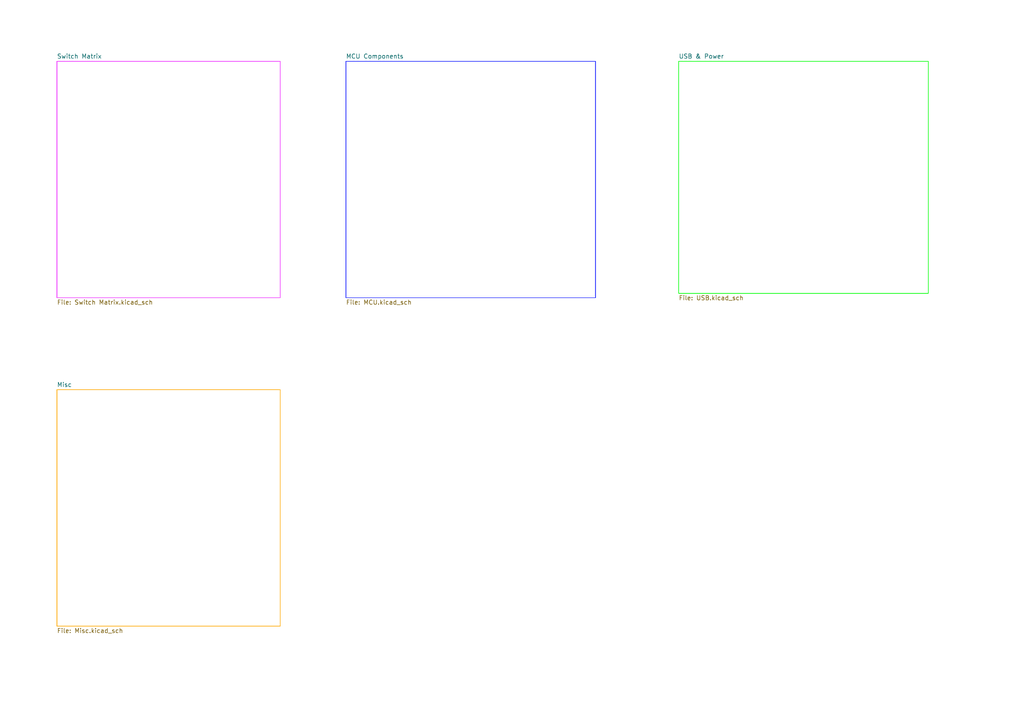
<source format=kicad_sch>
(kicad_sch (version 20230121) (generator eeschema)
  (paper "A4")
  (lib_symbols)
  (sheet (at 16.51 17.78) (size 64.77 68.58) (stroke (width 0.1524) (color 236 36 255 1))
    (property "Sheetname" "Switch Matrix" (at 16.51 17.0684 0) (effects (justify left bottom)))
    (property "Sheetfile" "Switch Matrix.kicad_sch" (at 16.51 86.9446 0) (effects (justify left top)))
  )
  (sheet (at 100.33 17.78) (size 72.39 68.58) (stroke (width 0.1524) (color 24 33 255 1))
    (property "Sheetname" "MCU Components" (at 100.33 17.0684 0) (effects (justify left bottom)))
    (property "Sheetfile" "MCU.kicad_sch" (at 100.33 86.9446 0) (effects (justify left top)))
  )
  (sheet (at 16.51 113.03) (size 64.77 68.58) (stroke (width 0.1524) (color 255 168 0 1))
    (property "Sheetname" "Misc" (at 16.51 112.3184 0) (effects (justify left bottom)))
    (property "Sheetfile" "Misc.kicad_sch" (at 16.51 182.1946 0) (effects (justify left top)))
  )
  (sheet (at 196.85 17.78) (size 72.39 67.31) (stroke (width 0.1524) (color 0 255 5 1))
    (property "Sheetname" "USB & Power" (at 196.85 17.0684 0) (effects (justify left bottom)))
    (property "Sheetfile" "USB.kicad_sch" (at 196.85 85.6746 0) (effects (justify left top)))
  )
)
</source>
